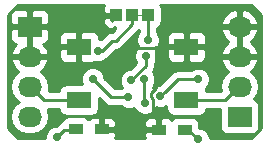
<source format=gbl>
G04 #@! TF.FileFunction,Copper,L2,Bot,Signal*
%FSLAX46Y46*%
G04 Gerber Fmt 4.6, Leading zero omitted, Abs format (unit mm)*
G04 Created by KiCad (PCBNEW 4.1.0-alpha+201606291451+6956~45~ubuntu14.04.1-product) date Thu Jun 30 17:16:48 2016*
%MOMM*%
%LPD*%
G01*
G04 APERTURE LIST*
%ADD10C,0.100000*%
%ADD11R,2.032000X1.727200*%
%ADD12O,2.032000X1.727200*%
%ADD13R,2.100000X1.400000*%
%ADD14R,1.200000X0.900000*%
%ADD15R,1.000000X1.000000*%
%ADD16C,0.700000*%
%ADD17C,0.250000*%
%ADD18C,0.200000*%
%ADD19C,0.254000*%
G04 APERTURE END LIST*
D10*
D11*
X236220000Y-110490000D03*
D12*
X236220000Y-107950000D03*
X236220000Y-105410000D03*
X236220000Y-102870000D03*
D11*
X218440000Y-102870000D03*
D12*
X218440000Y-105410000D03*
X218440000Y-107950000D03*
X218440000Y-110490000D03*
D13*
X222625000Y-104595000D03*
X231725000Y-109095000D03*
X231725000Y-104595000D03*
X222625000Y-109095000D03*
D14*
X229365000Y-111605000D03*
X231565000Y-111605000D03*
X224535000Y-111585000D03*
X222335000Y-111585000D03*
D15*
X225785000Y-101915000D03*
X228485000Y-101915000D03*
X227135000Y-101915000D03*
D16*
X226796251Y-108879140D03*
X223789989Y-107294991D03*
X228228165Y-109356445D03*
X229528749Y-108778898D03*
X232723938Y-107326430D03*
X228106428Y-107328182D03*
X227055000Y-105325000D03*
X228295000Y-105355011D03*
X228465000Y-104005000D03*
X227055000Y-107425000D03*
X224225002Y-104925000D03*
X232705000Y-112425000D03*
X220735000Y-112255000D03*
D17*
X226301277Y-108879140D02*
X226796251Y-108879140D01*
X223789989Y-107294991D02*
X225374138Y-108879140D01*
X225374138Y-108879140D02*
X226301277Y-108879140D01*
X231725000Y-109095000D02*
X234965000Y-109095000D01*
X234965000Y-109095000D02*
X236065000Y-107995000D01*
X236065000Y-107995000D02*
X236065000Y-107935000D01*
X236065000Y-107935000D02*
X236220000Y-107950000D01*
X222625000Y-109095000D02*
X219645000Y-109095000D01*
X219645000Y-109095000D02*
X218495000Y-107945000D01*
X218495000Y-107945000D02*
X218440000Y-107950000D01*
X232723938Y-107326430D02*
X230981217Y-107326430D01*
X228106428Y-107328182D02*
X228106428Y-109234708D01*
X228106428Y-109234708D02*
X228228165Y-109356445D01*
X230981217Y-107326430D02*
X229878748Y-108428899D01*
X229878748Y-108428899D02*
X229528749Y-108778898D01*
X225445000Y-102395000D02*
X225445000Y-102035000D01*
X225445000Y-102035000D02*
X225785000Y-101915000D01*
X236220000Y-105410000D02*
X236220000Y-104296400D01*
X236220000Y-104296400D02*
X236220000Y-102870000D01*
X229375000Y-110735000D02*
X228903166Y-110263166D01*
X228739998Y-108869276D02*
X228739998Y-108500998D01*
X229185000Y-108055996D02*
X229185000Y-104595000D01*
X228739998Y-108500998D02*
X229185000Y-108055996D01*
X229375000Y-111435000D02*
X229375000Y-110735000D01*
X228903166Y-110263166D02*
X228903166Y-109032444D01*
X228903166Y-109032444D02*
X228739998Y-108869276D01*
X229099999Y-104680001D02*
X229185000Y-104595000D01*
X227420001Y-104680001D02*
X229099999Y-104680001D01*
X227335000Y-104595000D02*
X227420001Y-104680001D01*
X224535000Y-111585000D02*
X229255000Y-111585000D01*
X229255000Y-111585000D02*
X229375000Y-111465000D01*
X229375000Y-111465000D02*
X229375000Y-111435000D01*
X227055000Y-105325000D02*
X227055000Y-104875000D01*
X227055000Y-104875000D02*
X227335000Y-104595000D01*
X229185000Y-104595000D02*
X231765000Y-104595000D01*
X231765000Y-104595000D02*
X231835000Y-104665000D01*
X231835000Y-104665000D02*
X231835000Y-104685000D01*
X231835000Y-104685000D02*
X231725000Y-104595000D01*
X222385000Y-104485000D02*
X222625000Y-104595000D01*
X218440000Y-102870000D02*
X218440000Y-105380000D01*
X218440000Y-105380000D02*
X218525000Y-105465000D01*
X218525000Y-105465000D02*
X218440000Y-105410000D01*
X227055000Y-105325000D02*
X227195000Y-105465000D01*
X227195000Y-105465000D02*
X227195000Y-105665000D01*
D10*
X227135000Y-101915000D02*
X228445000Y-101915000D01*
X228445000Y-101915000D02*
X228465000Y-101935000D01*
X228465000Y-101935000D02*
X228485000Y-101915000D01*
D17*
X228465000Y-104005000D02*
X228465000Y-101935000D01*
X228465000Y-101935000D02*
X228485000Y-101915000D01*
X228295000Y-105849985D02*
X228295000Y-105355011D01*
X227055000Y-107425000D02*
X228295000Y-106185000D01*
X228295000Y-106185000D02*
X228295000Y-105849985D01*
D18*
X228445000Y-101915000D02*
X228465000Y-101895000D01*
X228465000Y-101895000D02*
X228485000Y-101915000D01*
D17*
X224225002Y-104925000D02*
X224615000Y-104925000D01*
X224615000Y-104925000D02*
X225465000Y-104075000D01*
X227135000Y-102665000D02*
X225725000Y-104075000D01*
X225725000Y-104075000D02*
X225465000Y-104075000D01*
X227135000Y-101915000D02*
X227135000Y-102665000D01*
X231565000Y-111605000D02*
X231885000Y-111605000D01*
X231885000Y-111605000D02*
X232705000Y-112425000D01*
X231575000Y-111435000D02*
X232005000Y-111435000D01*
X221355000Y-111635000D02*
X222325000Y-111635000D01*
X220735000Y-112255000D02*
X221355000Y-111635000D01*
X222325000Y-111635000D02*
X222335000Y-111585000D01*
D19*
G36*
X224746673Y-101055301D02*
X224650000Y-101288690D01*
X224650000Y-101629250D01*
X224808750Y-101788000D01*
X225658000Y-101788000D01*
X225658000Y-101768000D01*
X225912000Y-101768000D01*
X225912000Y-101788000D01*
X225932000Y-101788000D01*
X225932000Y-102042000D01*
X225912000Y-102042000D01*
X225912000Y-102062000D01*
X225658000Y-102062000D01*
X225658000Y-102042000D01*
X224808750Y-102042000D01*
X224650000Y-102200750D01*
X224650000Y-102541310D01*
X224746673Y-102774699D01*
X224925302Y-102953327D01*
X225158691Y-103050000D01*
X225499250Y-103050000D01*
X225657998Y-102891252D01*
X225657998Y-103050000D01*
X225675198Y-103050000D01*
X225396590Y-103328608D01*
X225174161Y-103372852D01*
X224927599Y-103537599D01*
X224494736Y-103970462D01*
X224421790Y-103940172D01*
X224310000Y-103940074D01*
X224310000Y-103768691D01*
X224213327Y-103535302D01*
X224034699Y-103356673D01*
X223801310Y-103260000D01*
X222910750Y-103260000D01*
X222752000Y-103418750D01*
X222752000Y-104468000D01*
X222772000Y-104468000D01*
X222772000Y-104722000D01*
X222752000Y-104722000D01*
X222752000Y-105771250D01*
X222910750Y-105930000D01*
X223801310Y-105930000D01*
X223939221Y-105872875D01*
X224028214Y-105909828D01*
X224420071Y-105910170D01*
X224782231Y-105760529D01*
X224936099Y-105606929D01*
X225152401Y-105462401D01*
X225793410Y-104821392D01*
X226015839Y-104777148D01*
X226262401Y-104612401D01*
X227672401Y-103202401D01*
X227705000Y-103153613D01*
X227705000Y-103371889D01*
X227630445Y-103446314D01*
X227480172Y-103808212D01*
X227479830Y-104200069D01*
X227629471Y-104562229D01*
X227662153Y-104594968D01*
X227460445Y-104796325D01*
X227310172Y-105158223D01*
X227309830Y-105550080D01*
X227459471Y-105912240D01*
X227476200Y-105928998D01*
X226965276Y-106439922D01*
X226859931Y-106439830D01*
X226497771Y-106589471D01*
X226220445Y-106866314D01*
X226070172Y-107228212D01*
X226069830Y-107620069D01*
X226219471Y-107982229D01*
X226268562Y-108031405D01*
X226239022Y-108043611D01*
X226163361Y-108119140D01*
X225688940Y-108119140D01*
X224775067Y-107205267D01*
X224775159Y-107099922D01*
X224625518Y-106737762D01*
X224348675Y-106460436D01*
X223986777Y-106310163D01*
X223594920Y-106309821D01*
X223232760Y-106459462D01*
X222955434Y-106736305D01*
X222805161Y-107098203D01*
X222804819Y-107490060D01*
X222911216Y-107747560D01*
X221575000Y-107747560D01*
X221327235Y-107796843D01*
X221117191Y-107937191D01*
X220976843Y-108147235D01*
X220939495Y-108335000D01*
X220046764Y-108335000D01*
X220123345Y-107950000D01*
X220009271Y-107376511D01*
X219684415Y-106890330D01*
X219374931Y-106683539D01*
X219790732Y-106312036D01*
X220044709Y-105784791D01*
X220047358Y-105769026D01*
X219926217Y-105537000D01*
X218567000Y-105537000D01*
X218567000Y-105557000D01*
X218313000Y-105557000D01*
X218313000Y-105537000D01*
X216953783Y-105537000D01*
X216832642Y-105769026D01*
X216835291Y-105784791D01*
X217089268Y-106312036D01*
X217505069Y-106683539D01*
X217195585Y-106890330D01*
X216870729Y-107376511D01*
X216756655Y-107950000D01*
X216870729Y-108523489D01*
X217195585Y-109009670D01*
X217510366Y-109220000D01*
X217195585Y-109430330D01*
X216870729Y-109916511D01*
X216756655Y-110490000D01*
X216870729Y-111063489D01*
X217195585Y-111549670D01*
X217681766Y-111874526D01*
X218255255Y-111988600D01*
X218624745Y-111988600D01*
X219198234Y-111874526D01*
X219684415Y-111549670D01*
X220009271Y-111063489D01*
X220123345Y-110490000D01*
X220009271Y-109916511D01*
X219968171Y-109855000D01*
X220939495Y-109855000D01*
X220976843Y-110042765D01*
X221117191Y-110252809D01*
X221327235Y-110393157D01*
X221575000Y-110442440D01*
X223675000Y-110442440D01*
X223922765Y-110393157D01*
X224132809Y-110252809D01*
X224273157Y-110042765D01*
X224322440Y-109795000D01*
X224322440Y-108902244D01*
X224836737Y-109416541D01*
X225083299Y-109581288D01*
X225374138Y-109639140D01*
X226163140Y-109639140D01*
X226237565Y-109713695D01*
X226599463Y-109863968D01*
X226991320Y-109864310D01*
X227316690Y-109729870D01*
X227392636Y-109913674D01*
X227669479Y-110191000D01*
X228031377Y-110341273D01*
X228423234Y-110341615D01*
X228785394Y-110191974D01*
X229062720Y-109915131D01*
X229155939Y-109690635D01*
X229331961Y-109763726D01*
X229723818Y-109764068D01*
X230027560Y-109638565D01*
X230027560Y-109795000D01*
X230076843Y-110042765D01*
X230217191Y-110252809D01*
X230427235Y-110393157D01*
X230675000Y-110442440D01*
X232775000Y-110442440D01*
X233022765Y-110393157D01*
X233232809Y-110252809D01*
X233373157Y-110042765D01*
X233410505Y-109855000D01*
X234556560Y-109855000D01*
X234556560Y-111353600D01*
X234605843Y-111601365D01*
X234746191Y-111811409D01*
X234956235Y-111951757D01*
X235204000Y-112001040D01*
X237236000Y-112001040D01*
X237483765Y-111951757D01*
X237693809Y-111811409D01*
X237834157Y-111601365D01*
X237883440Y-111353600D01*
X237883440Y-109626400D01*
X237834157Y-109378635D01*
X237693809Y-109168591D01*
X237483765Y-109028243D01*
X237447434Y-109021016D01*
X237464415Y-109009670D01*
X237789271Y-108523489D01*
X237903345Y-107950000D01*
X237789271Y-107376511D01*
X237464415Y-106890330D01*
X237154931Y-106683539D01*
X237570732Y-106312036D01*
X237824709Y-105784791D01*
X237827358Y-105769026D01*
X237706217Y-105537000D01*
X236347000Y-105537000D01*
X236347000Y-105557000D01*
X236093000Y-105557000D01*
X236093000Y-105537000D01*
X234733783Y-105537000D01*
X234612642Y-105769026D01*
X234615291Y-105784791D01*
X234869268Y-106312036D01*
X235285069Y-106683539D01*
X234975585Y-106890330D01*
X234650729Y-107376511D01*
X234536655Y-107950000D01*
X234613236Y-108335000D01*
X233410505Y-108335000D01*
X233373157Y-108147235D01*
X233342251Y-108100981D01*
X233558493Y-107885116D01*
X233708766Y-107523218D01*
X233709108Y-107131361D01*
X233559467Y-106769201D01*
X233282624Y-106491875D01*
X232920726Y-106341602D01*
X232528869Y-106341260D01*
X232166709Y-106490901D01*
X232091048Y-106566430D01*
X230981217Y-106566430D01*
X230690378Y-106624282D01*
X230443816Y-106789029D01*
X229439025Y-107793820D01*
X229333680Y-107793728D01*
X228971520Y-107943369D01*
X228866428Y-108048278D01*
X228866428Y-107961293D01*
X228940983Y-107886868D01*
X229091256Y-107524970D01*
X229091598Y-107133113D01*
X228941957Y-106770953D01*
X228856895Y-106685743D01*
X228997148Y-106475839D01*
X229055000Y-106185000D01*
X229055000Y-105988122D01*
X229129555Y-105913697D01*
X229279828Y-105551799D01*
X229280170Y-105159942D01*
X229164811Y-104880750D01*
X230040000Y-104880750D01*
X230040000Y-105421309D01*
X230136673Y-105654698D01*
X230315301Y-105833327D01*
X230548690Y-105930000D01*
X231439250Y-105930000D01*
X231598000Y-105771250D01*
X231598000Y-104722000D01*
X231852000Y-104722000D01*
X231852000Y-105771250D01*
X232010750Y-105930000D01*
X232901310Y-105930000D01*
X233134699Y-105833327D01*
X233313327Y-105654698D01*
X233410000Y-105421309D01*
X233410000Y-104880750D01*
X233251250Y-104722000D01*
X231852000Y-104722000D01*
X231598000Y-104722000D01*
X230198750Y-104722000D01*
X230040000Y-104880750D01*
X229164811Y-104880750D01*
X229130529Y-104797782D01*
X229097847Y-104765043D01*
X229299555Y-104563686D01*
X229449828Y-104201788D01*
X229450170Y-103809931D01*
X229433131Y-103768691D01*
X230040000Y-103768691D01*
X230040000Y-104309250D01*
X230198750Y-104468000D01*
X231598000Y-104468000D01*
X231598000Y-103418750D01*
X231852000Y-103418750D01*
X231852000Y-104468000D01*
X233251250Y-104468000D01*
X233410000Y-104309250D01*
X233410000Y-103768691D01*
X233313327Y-103535302D01*
X233134699Y-103356673D01*
X232901310Y-103260000D01*
X232010750Y-103260000D01*
X231852000Y-103418750D01*
X231598000Y-103418750D01*
X231439250Y-103260000D01*
X230548690Y-103260000D01*
X230315301Y-103356673D01*
X230136673Y-103535302D01*
X230040000Y-103768691D01*
X229433131Y-103768691D01*
X229300529Y-103447771D01*
X229225000Y-103372110D01*
X229225000Y-103229026D01*
X234612642Y-103229026D01*
X234615291Y-103244791D01*
X234869268Y-103772036D01*
X235281108Y-104140000D01*
X234869268Y-104507964D01*
X234615291Y-105035209D01*
X234612642Y-105050974D01*
X234733783Y-105283000D01*
X236093000Y-105283000D01*
X236093000Y-102997000D01*
X236347000Y-102997000D01*
X236347000Y-105283000D01*
X237706217Y-105283000D01*
X237827358Y-105050974D01*
X237824709Y-105035209D01*
X237570732Y-104507964D01*
X237158892Y-104140000D01*
X237570732Y-103772036D01*
X237824709Y-103244791D01*
X237827358Y-103229026D01*
X237706217Y-102997000D01*
X236347000Y-102997000D01*
X236093000Y-102997000D01*
X234733783Y-102997000D01*
X234612642Y-103229026D01*
X229225000Y-103229026D01*
X229225000Y-103014702D01*
X229232765Y-103013157D01*
X229442809Y-102872809D01*
X229583157Y-102662765D01*
X229613349Y-102510974D01*
X234612642Y-102510974D01*
X234733783Y-102743000D01*
X236093000Y-102743000D01*
X236093000Y-101529076D01*
X236347000Y-101529076D01*
X236347000Y-102743000D01*
X237706217Y-102743000D01*
X237827358Y-102510974D01*
X237824709Y-102495209D01*
X237570732Y-101967964D01*
X237134320Y-101578046D01*
X236581913Y-101384816D01*
X236347000Y-101529076D01*
X236093000Y-101529076D01*
X235858087Y-101384816D01*
X235305680Y-101578046D01*
X234869268Y-101967964D01*
X234615291Y-102495209D01*
X234612642Y-102510974D01*
X229613349Y-102510974D01*
X229632440Y-102415000D01*
X229632440Y-101415000D01*
X229583157Y-101167235D01*
X229498141Y-101040000D01*
X237195908Y-101040000D01*
X238050000Y-101894092D01*
X238050000Y-111465908D01*
X237195908Y-112320000D01*
X233690091Y-112320000D01*
X233690170Y-112229931D01*
X233540529Y-111867771D01*
X233263686Y-111590445D01*
X232901788Y-111440172D01*
X232812440Y-111440094D01*
X232812440Y-111155000D01*
X232763157Y-110907235D01*
X232622809Y-110697191D01*
X232412765Y-110556843D01*
X232165000Y-110507560D01*
X230965000Y-110507560D01*
X230717235Y-110556843D01*
X230507191Y-110697191D01*
X230466346Y-110758320D01*
X230324698Y-110616673D01*
X230091309Y-110520000D01*
X229650750Y-110520000D01*
X229492000Y-110678750D01*
X229492000Y-111478000D01*
X229512000Y-111478000D01*
X229512000Y-111732000D01*
X229492000Y-111732000D01*
X229492000Y-111752000D01*
X229238000Y-111752000D01*
X229238000Y-111732000D01*
X228288750Y-111732000D01*
X228130000Y-111890750D01*
X228130000Y-112181310D01*
X228187447Y-112320000D01*
X225704268Y-112320000D01*
X225770000Y-112161310D01*
X225770000Y-111870750D01*
X225611250Y-111712000D01*
X224662000Y-111712000D01*
X224662000Y-111732000D01*
X224408000Y-111732000D01*
X224408000Y-111712000D01*
X224388000Y-111712000D01*
X224388000Y-111458000D01*
X224408000Y-111458000D01*
X224408000Y-110658750D01*
X224662000Y-110658750D01*
X224662000Y-111458000D01*
X225611250Y-111458000D01*
X225770000Y-111299250D01*
X225770000Y-111028690D01*
X228130000Y-111028690D01*
X228130000Y-111319250D01*
X228288750Y-111478000D01*
X229238000Y-111478000D01*
X229238000Y-110678750D01*
X229079250Y-110520000D01*
X228638691Y-110520000D01*
X228405302Y-110616673D01*
X228226673Y-110795301D01*
X228130000Y-111028690D01*
X225770000Y-111028690D01*
X225770000Y-111008690D01*
X225673327Y-110775301D01*
X225494698Y-110596673D01*
X225261309Y-110500000D01*
X224820750Y-110500000D01*
X224662000Y-110658750D01*
X224408000Y-110658750D01*
X224249250Y-110500000D01*
X223808691Y-110500000D01*
X223575302Y-110596673D01*
X223433654Y-110738320D01*
X223392809Y-110677191D01*
X223182765Y-110536843D01*
X222935000Y-110487560D01*
X221735000Y-110487560D01*
X221487235Y-110536843D01*
X221277191Y-110677191D01*
X221136843Y-110887235D01*
X221130390Y-110919678D01*
X221112414Y-110923254D01*
X221064160Y-110932852D01*
X220817599Y-111097599D01*
X220645276Y-111269922D01*
X220539931Y-111269830D01*
X220177771Y-111419471D01*
X219900445Y-111696314D01*
X219750172Y-112058212D01*
X219749944Y-112320000D01*
X217464092Y-112320000D01*
X216610000Y-111465908D01*
X216610000Y-103155750D01*
X216789000Y-103155750D01*
X216789000Y-103859910D01*
X216885673Y-104093299D01*
X217064302Y-104271927D01*
X217261861Y-104353759D01*
X217089268Y-104507964D01*
X216835291Y-105035209D01*
X216832642Y-105050974D01*
X216953783Y-105283000D01*
X218313000Y-105283000D01*
X218313000Y-102997000D01*
X218567000Y-102997000D01*
X218567000Y-105283000D01*
X219926217Y-105283000D01*
X220047358Y-105050974D01*
X220044709Y-105035209D01*
X219970306Y-104880750D01*
X220940000Y-104880750D01*
X220940000Y-105421309D01*
X221036673Y-105654698D01*
X221215301Y-105833327D01*
X221448690Y-105930000D01*
X222339250Y-105930000D01*
X222498000Y-105771250D01*
X222498000Y-104722000D01*
X221098750Y-104722000D01*
X220940000Y-104880750D01*
X219970306Y-104880750D01*
X219790732Y-104507964D01*
X219618139Y-104353759D01*
X219815698Y-104271927D01*
X219994327Y-104093299D01*
X220091000Y-103859910D01*
X220091000Y-103768691D01*
X220940000Y-103768691D01*
X220940000Y-104309250D01*
X221098750Y-104468000D01*
X222498000Y-104468000D01*
X222498000Y-103418750D01*
X222339250Y-103260000D01*
X221448690Y-103260000D01*
X221215301Y-103356673D01*
X221036673Y-103535302D01*
X220940000Y-103768691D01*
X220091000Y-103768691D01*
X220091000Y-103155750D01*
X219932250Y-102997000D01*
X218567000Y-102997000D01*
X218313000Y-102997000D01*
X216947750Y-102997000D01*
X216789000Y-103155750D01*
X216610000Y-103155750D01*
X216610000Y-101894092D01*
X216624002Y-101880090D01*
X216789000Y-101880090D01*
X216789000Y-102584250D01*
X216947750Y-102743000D01*
X218313000Y-102743000D01*
X218313000Y-101530150D01*
X218567000Y-101530150D01*
X218567000Y-102743000D01*
X219932250Y-102743000D01*
X220091000Y-102584250D01*
X220091000Y-101880090D01*
X219994327Y-101646701D01*
X219815698Y-101468073D01*
X219582309Y-101371400D01*
X218725750Y-101371400D01*
X218567000Y-101530150D01*
X218313000Y-101530150D01*
X218154250Y-101371400D01*
X217297691Y-101371400D01*
X217064302Y-101468073D01*
X216885673Y-101646701D01*
X216789000Y-101880090D01*
X216624002Y-101880090D01*
X217464092Y-101040000D01*
X224761974Y-101040000D01*
X224746673Y-101055301D01*
X224746673Y-101055301D01*
G37*
X224746673Y-101055301D02*
X224650000Y-101288690D01*
X224650000Y-101629250D01*
X224808750Y-101788000D01*
X225658000Y-101788000D01*
X225658000Y-101768000D01*
X225912000Y-101768000D01*
X225912000Y-101788000D01*
X225932000Y-101788000D01*
X225932000Y-102042000D01*
X225912000Y-102042000D01*
X225912000Y-102062000D01*
X225658000Y-102062000D01*
X225658000Y-102042000D01*
X224808750Y-102042000D01*
X224650000Y-102200750D01*
X224650000Y-102541310D01*
X224746673Y-102774699D01*
X224925302Y-102953327D01*
X225158691Y-103050000D01*
X225499250Y-103050000D01*
X225657998Y-102891252D01*
X225657998Y-103050000D01*
X225675198Y-103050000D01*
X225396590Y-103328608D01*
X225174161Y-103372852D01*
X224927599Y-103537599D01*
X224494736Y-103970462D01*
X224421790Y-103940172D01*
X224310000Y-103940074D01*
X224310000Y-103768691D01*
X224213327Y-103535302D01*
X224034699Y-103356673D01*
X223801310Y-103260000D01*
X222910750Y-103260000D01*
X222752000Y-103418750D01*
X222752000Y-104468000D01*
X222772000Y-104468000D01*
X222772000Y-104722000D01*
X222752000Y-104722000D01*
X222752000Y-105771250D01*
X222910750Y-105930000D01*
X223801310Y-105930000D01*
X223939221Y-105872875D01*
X224028214Y-105909828D01*
X224420071Y-105910170D01*
X224782231Y-105760529D01*
X224936099Y-105606929D01*
X225152401Y-105462401D01*
X225793410Y-104821392D01*
X226015839Y-104777148D01*
X226262401Y-104612401D01*
X227672401Y-103202401D01*
X227705000Y-103153613D01*
X227705000Y-103371889D01*
X227630445Y-103446314D01*
X227480172Y-103808212D01*
X227479830Y-104200069D01*
X227629471Y-104562229D01*
X227662153Y-104594968D01*
X227460445Y-104796325D01*
X227310172Y-105158223D01*
X227309830Y-105550080D01*
X227459471Y-105912240D01*
X227476200Y-105928998D01*
X226965276Y-106439922D01*
X226859931Y-106439830D01*
X226497771Y-106589471D01*
X226220445Y-106866314D01*
X226070172Y-107228212D01*
X226069830Y-107620069D01*
X226219471Y-107982229D01*
X226268562Y-108031405D01*
X226239022Y-108043611D01*
X226163361Y-108119140D01*
X225688940Y-108119140D01*
X224775067Y-107205267D01*
X224775159Y-107099922D01*
X224625518Y-106737762D01*
X224348675Y-106460436D01*
X223986777Y-106310163D01*
X223594920Y-106309821D01*
X223232760Y-106459462D01*
X222955434Y-106736305D01*
X222805161Y-107098203D01*
X222804819Y-107490060D01*
X222911216Y-107747560D01*
X221575000Y-107747560D01*
X221327235Y-107796843D01*
X221117191Y-107937191D01*
X220976843Y-108147235D01*
X220939495Y-108335000D01*
X220046764Y-108335000D01*
X220123345Y-107950000D01*
X220009271Y-107376511D01*
X219684415Y-106890330D01*
X219374931Y-106683539D01*
X219790732Y-106312036D01*
X220044709Y-105784791D01*
X220047358Y-105769026D01*
X219926217Y-105537000D01*
X218567000Y-105537000D01*
X218567000Y-105557000D01*
X218313000Y-105557000D01*
X218313000Y-105537000D01*
X216953783Y-105537000D01*
X216832642Y-105769026D01*
X216835291Y-105784791D01*
X217089268Y-106312036D01*
X217505069Y-106683539D01*
X217195585Y-106890330D01*
X216870729Y-107376511D01*
X216756655Y-107950000D01*
X216870729Y-108523489D01*
X217195585Y-109009670D01*
X217510366Y-109220000D01*
X217195585Y-109430330D01*
X216870729Y-109916511D01*
X216756655Y-110490000D01*
X216870729Y-111063489D01*
X217195585Y-111549670D01*
X217681766Y-111874526D01*
X218255255Y-111988600D01*
X218624745Y-111988600D01*
X219198234Y-111874526D01*
X219684415Y-111549670D01*
X220009271Y-111063489D01*
X220123345Y-110490000D01*
X220009271Y-109916511D01*
X219968171Y-109855000D01*
X220939495Y-109855000D01*
X220976843Y-110042765D01*
X221117191Y-110252809D01*
X221327235Y-110393157D01*
X221575000Y-110442440D01*
X223675000Y-110442440D01*
X223922765Y-110393157D01*
X224132809Y-110252809D01*
X224273157Y-110042765D01*
X224322440Y-109795000D01*
X224322440Y-108902244D01*
X224836737Y-109416541D01*
X225083299Y-109581288D01*
X225374138Y-109639140D01*
X226163140Y-109639140D01*
X226237565Y-109713695D01*
X226599463Y-109863968D01*
X226991320Y-109864310D01*
X227316690Y-109729870D01*
X227392636Y-109913674D01*
X227669479Y-110191000D01*
X228031377Y-110341273D01*
X228423234Y-110341615D01*
X228785394Y-110191974D01*
X229062720Y-109915131D01*
X229155939Y-109690635D01*
X229331961Y-109763726D01*
X229723818Y-109764068D01*
X230027560Y-109638565D01*
X230027560Y-109795000D01*
X230076843Y-110042765D01*
X230217191Y-110252809D01*
X230427235Y-110393157D01*
X230675000Y-110442440D01*
X232775000Y-110442440D01*
X233022765Y-110393157D01*
X233232809Y-110252809D01*
X233373157Y-110042765D01*
X233410505Y-109855000D01*
X234556560Y-109855000D01*
X234556560Y-111353600D01*
X234605843Y-111601365D01*
X234746191Y-111811409D01*
X234956235Y-111951757D01*
X235204000Y-112001040D01*
X237236000Y-112001040D01*
X237483765Y-111951757D01*
X237693809Y-111811409D01*
X237834157Y-111601365D01*
X237883440Y-111353600D01*
X237883440Y-109626400D01*
X237834157Y-109378635D01*
X237693809Y-109168591D01*
X237483765Y-109028243D01*
X237447434Y-109021016D01*
X237464415Y-109009670D01*
X237789271Y-108523489D01*
X237903345Y-107950000D01*
X237789271Y-107376511D01*
X237464415Y-106890330D01*
X237154931Y-106683539D01*
X237570732Y-106312036D01*
X237824709Y-105784791D01*
X237827358Y-105769026D01*
X237706217Y-105537000D01*
X236347000Y-105537000D01*
X236347000Y-105557000D01*
X236093000Y-105557000D01*
X236093000Y-105537000D01*
X234733783Y-105537000D01*
X234612642Y-105769026D01*
X234615291Y-105784791D01*
X234869268Y-106312036D01*
X235285069Y-106683539D01*
X234975585Y-106890330D01*
X234650729Y-107376511D01*
X234536655Y-107950000D01*
X234613236Y-108335000D01*
X233410505Y-108335000D01*
X233373157Y-108147235D01*
X233342251Y-108100981D01*
X233558493Y-107885116D01*
X233708766Y-107523218D01*
X233709108Y-107131361D01*
X233559467Y-106769201D01*
X233282624Y-106491875D01*
X232920726Y-106341602D01*
X232528869Y-106341260D01*
X232166709Y-106490901D01*
X232091048Y-106566430D01*
X230981217Y-106566430D01*
X230690378Y-106624282D01*
X230443816Y-106789029D01*
X229439025Y-107793820D01*
X229333680Y-107793728D01*
X228971520Y-107943369D01*
X228866428Y-108048278D01*
X228866428Y-107961293D01*
X228940983Y-107886868D01*
X229091256Y-107524970D01*
X229091598Y-107133113D01*
X228941957Y-106770953D01*
X228856895Y-106685743D01*
X228997148Y-106475839D01*
X229055000Y-106185000D01*
X229055000Y-105988122D01*
X229129555Y-105913697D01*
X229279828Y-105551799D01*
X229280170Y-105159942D01*
X229164811Y-104880750D01*
X230040000Y-104880750D01*
X230040000Y-105421309D01*
X230136673Y-105654698D01*
X230315301Y-105833327D01*
X230548690Y-105930000D01*
X231439250Y-105930000D01*
X231598000Y-105771250D01*
X231598000Y-104722000D01*
X231852000Y-104722000D01*
X231852000Y-105771250D01*
X232010750Y-105930000D01*
X232901310Y-105930000D01*
X233134699Y-105833327D01*
X233313327Y-105654698D01*
X233410000Y-105421309D01*
X233410000Y-104880750D01*
X233251250Y-104722000D01*
X231852000Y-104722000D01*
X231598000Y-104722000D01*
X230198750Y-104722000D01*
X230040000Y-104880750D01*
X229164811Y-104880750D01*
X229130529Y-104797782D01*
X229097847Y-104765043D01*
X229299555Y-104563686D01*
X229449828Y-104201788D01*
X229450170Y-103809931D01*
X229433131Y-103768691D01*
X230040000Y-103768691D01*
X230040000Y-104309250D01*
X230198750Y-104468000D01*
X231598000Y-104468000D01*
X231598000Y-103418750D01*
X231852000Y-103418750D01*
X231852000Y-104468000D01*
X233251250Y-104468000D01*
X233410000Y-104309250D01*
X233410000Y-103768691D01*
X233313327Y-103535302D01*
X233134699Y-103356673D01*
X232901310Y-103260000D01*
X232010750Y-103260000D01*
X231852000Y-103418750D01*
X231598000Y-103418750D01*
X231439250Y-103260000D01*
X230548690Y-103260000D01*
X230315301Y-103356673D01*
X230136673Y-103535302D01*
X230040000Y-103768691D01*
X229433131Y-103768691D01*
X229300529Y-103447771D01*
X229225000Y-103372110D01*
X229225000Y-103229026D01*
X234612642Y-103229026D01*
X234615291Y-103244791D01*
X234869268Y-103772036D01*
X235281108Y-104140000D01*
X234869268Y-104507964D01*
X234615291Y-105035209D01*
X234612642Y-105050974D01*
X234733783Y-105283000D01*
X236093000Y-105283000D01*
X236093000Y-102997000D01*
X236347000Y-102997000D01*
X236347000Y-105283000D01*
X237706217Y-105283000D01*
X237827358Y-105050974D01*
X237824709Y-105035209D01*
X237570732Y-104507964D01*
X237158892Y-104140000D01*
X237570732Y-103772036D01*
X237824709Y-103244791D01*
X237827358Y-103229026D01*
X237706217Y-102997000D01*
X236347000Y-102997000D01*
X236093000Y-102997000D01*
X234733783Y-102997000D01*
X234612642Y-103229026D01*
X229225000Y-103229026D01*
X229225000Y-103014702D01*
X229232765Y-103013157D01*
X229442809Y-102872809D01*
X229583157Y-102662765D01*
X229613349Y-102510974D01*
X234612642Y-102510974D01*
X234733783Y-102743000D01*
X236093000Y-102743000D01*
X236093000Y-101529076D01*
X236347000Y-101529076D01*
X236347000Y-102743000D01*
X237706217Y-102743000D01*
X237827358Y-102510974D01*
X237824709Y-102495209D01*
X237570732Y-101967964D01*
X237134320Y-101578046D01*
X236581913Y-101384816D01*
X236347000Y-101529076D01*
X236093000Y-101529076D01*
X235858087Y-101384816D01*
X235305680Y-101578046D01*
X234869268Y-101967964D01*
X234615291Y-102495209D01*
X234612642Y-102510974D01*
X229613349Y-102510974D01*
X229632440Y-102415000D01*
X229632440Y-101415000D01*
X229583157Y-101167235D01*
X229498141Y-101040000D01*
X237195908Y-101040000D01*
X238050000Y-101894092D01*
X238050000Y-111465908D01*
X237195908Y-112320000D01*
X233690091Y-112320000D01*
X233690170Y-112229931D01*
X233540529Y-111867771D01*
X233263686Y-111590445D01*
X232901788Y-111440172D01*
X232812440Y-111440094D01*
X232812440Y-111155000D01*
X232763157Y-110907235D01*
X232622809Y-110697191D01*
X232412765Y-110556843D01*
X232165000Y-110507560D01*
X230965000Y-110507560D01*
X230717235Y-110556843D01*
X230507191Y-110697191D01*
X230466346Y-110758320D01*
X230324698Y-110616673D01*
X230091309Y-110520000D01*
X229650750Y-110520000D01*
X229492000Y-110678750D01*
X229492000Y-111478000D01*
X229512000Y-111478000D01*
X229512000Y-111732000D01*
X229492000Y-111732000D01*
X229492000Y-111752000D01*
X229238000Y-111752000D01*
X229238000Y-111732000D01*
X228288750Y-111732000D01*
X228130000Y-111890750D01*
X228130000Y-112181310D01*
X228187447Y-112320000D01*
X225704268Y-112320000D01*
X225770000Y-112161310D01*
X225770000Y-111870750D01*
X225611250Y-111712000D01*
X224662000Y-111712000D01*
X224662000Y-111732000D01*
X224408000Y-111732000D01*
X224408000Y-111712000D01*
X224388000Y-111712000D01*
X224388000Y-111458000D01*
X224408000Y-111458000D01*
X224408000Y-110658750D01*
X224662000Y-110658750D01*
X224662000Y-111458000D01*
X225611250Y-111458000D01*
X225770000Y-111299250D01*
X225770000Y-111028690D01*
X228130000Y-111028690D01*
X228130000Y-111319250D01*
X228288750Y-111478000D01*
X229238000Y-111478000D01*
X229238000Y-110678750D01*
X229079250Y-110520000D01*
X228638691Y-110520000D01*
X228405302Y-110616673D01*
X228226673Y-110795301D01*
X228130000Y-111028690D01*
X225770000Y-111028690D01*
X225770000Y-111008690D01*
X225673327Y-110775301D01*
X225494698Y-110596673D01*
X225261309Y-110500000D01*
X224820750Y-110500000D01*
X224662000Y-110658750D01*
X224408000Y-110658750D01*
X224249250Y-110500000D01*
X223808691Y-110500000D01*
X223575302Y-110596673D01*
X223433654Y-110738320D01*
X223392809Y-110677191D01*
X223182765Y-110536843D01*
X222935000Y-110487560D01*
X221735000Y-110487560D01*
X221487235Y-110536843D01*
X221277191Y-110677191D01*
X221136843Y-110887235D01*
X221130390Y-110919678D01*
X221112414Y-110923254D01*
X221064160Y-110932852D01*
X220817599Y-111097599D01*
X220645276Y-111269922D01*
X220539931Y-111269830D01*
X220177771Y-111419471D01*
X219900445Y-111696314D01*
X219750172Y-112058212D01*
X219749944Y-112320000D01*
X217464092Y-112320000D01*
X216610000Y-111465908D01*
X216610000Y-103155750D01*
X216789000Y-103155750D01*
X216789000Y-103859910D01*
X216885673Y-104093299D01*
X217064302Y-104271927D01*
X217261861Y-104353759D01*
X217089268Y-104507964D01*
X216835291Y-105035209D01*
X216832642Y-105050974D01*
X216953783Y-105283000D01*
X218313000Y-105283000D01*
X218313000Y-102997000D01*
X218567000Y-102997000D01*
X218567000Y-105283000D01*
X219926217Y-105283000D01*
X220047358Y-105050974D01*
X220044709Y-105035209D01*
X219970306Y-104880750D01*
X220940000Y-104880750D01*
X220940000Y-105421309D01*
X221036673Y-105654698D01*
X221215301Y-105833327D01*
X221448690Y-105930000D01*
X222339250Y-105930000D01*
X222498000Y-105771250D01*
X222498000Y-104722000D01*
X221098750Y-104722000D01*
X220940000Y-104880750D01*
X219970306Y-104880750D01*
X219790732Y-104507964D01*
X219618139Y-104353759D01*
X219815698Y-104271927D01*
X219994327Y-104093299D01*
X220091000Y-103859910D01*
X220091000Y-103768691D01*
X220940000Y-103768691D01*
X220940000Y-104309250D01*
X221098750Y-104468000D01*
X222498000Y-104468000D01*
X222498000Y-103418750D01*
X222339250Y-103260000D01*
X221448690Y-103260000D01*
X221215301Y-103356673D01*
X221036673Y-103535302D01*
X220940000Y-103768691D01*
X220091000Y-103768691D01*
X220091000Y-103155750D01*
X219932250Y-102997000D01*
X218567000Y-102997000D01*
X218313000Y-102997000D01*
X216947750Y-102997000D01*
X216789000Y-103155750D01*
X216610000Y-103155750D01*
X216610000Y-101894092D01*
X216624002Y-101880090D01*
X216789000Y-101880090D01*
X216789000Y-102584250D01*
X216947750Y-102743000D01*
X218313000Y-102743000D01*
X218313000Y-101530150D01*
X218567000Y-101530150D01*
X218567000Y-102743000D01*
X219932250Y-102743000D01*
X220091000Y-102584250D01*
X220091000Y-101880090D01*
X219994327Y-101646701D01*
X219815698Y-101468073D01*
X219582309Y-101371400D01*
X218725750Y-101371400D01*
X218567000Y-101530150D01*
X218313000Y-101530150D01*
X218154250Y-101371400D01*
X217297691Y-101371400D01*
X217064302Y-101468073D01*
X216885673Y-101646701D01*
X216789000Y-101880090D01*
X216624002Y-101880090D01*
X217464092Y-101040000D01*
X224761974Y-101040000D01*
X224746673Y-101055301D01*
M02*

</source>
